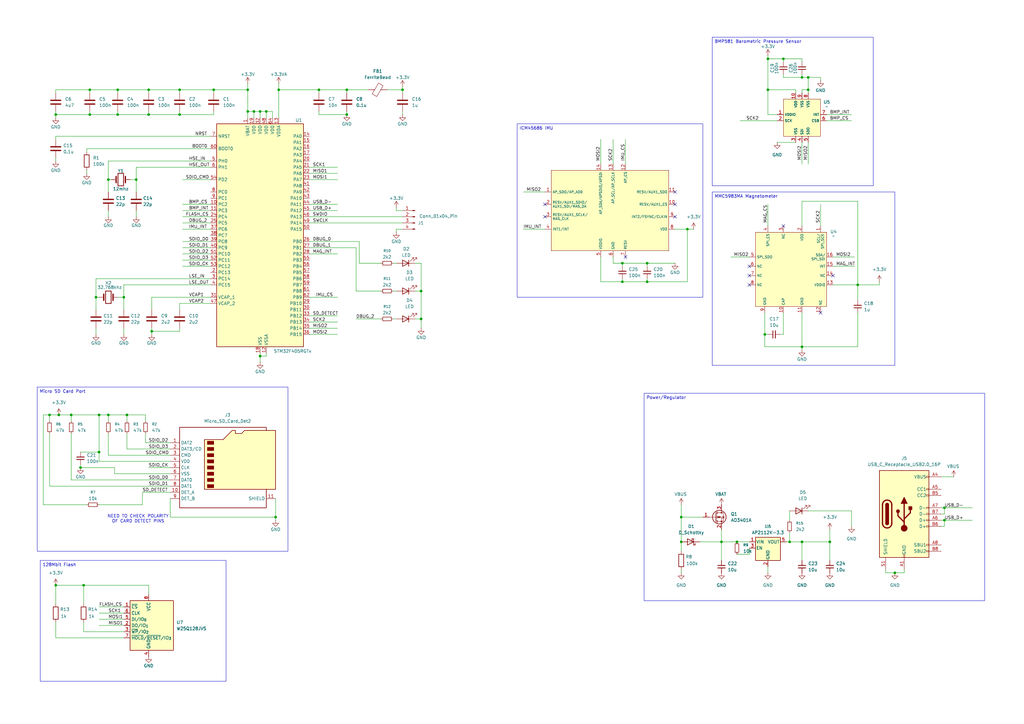
<source format=kicad_sch>
(kicad_sch (version 20250114) (generator "eeschema") (generator_version "9.0")
  (paper "A3")
  (title_block (title "FIRM") (date "2025-07-02"))
  (text "NEED TO CHECK POLARITY\nOF CARD DETECT PINS" (at 56.642 212.852 0) (effects (font (size 1.27 1.27))))
  (text_box "128Mbit Flash\n" (at 16.51 229.87 0) (size 76.2 49.53) (margins 0.9525 0.9525 0.9525 0.9525) (effects (font (size 1.27 1.27)) (justify left top)))
  (text_box "Power/Regulator" (at 264.16 161.29 0) (size 139.7 85.09) (margins 0.9525 0.9525 0.9525 0.9525) (effects (font (size 1.27 1.27)) (justify left top)))
  (text_box "MMC5983MA Magnetometer\n" (at 292.1 78.74 0) (size 74.93 71.12) (margins 0.9525 0.9525 0.9525 0.9525) (effects (font (size 1.27 1.27)) (justify left top)))
  (text_box "BMP581 Barometric Pressure Sensor" (at 292.1 15.24 0) (size 66.04 60.96) (margins 0.9525 0.9525 0.9525 0.9525) (effects (font (size 1.27 1.27)) (justify left top)))
  (text_box "Micro SD Card Port" (at 15.24 158.75 0) (size 102.87 67.31) (margins 0.9525 0.9525 0.9525 0.9525) (effects (font (size 1.27 1.27)) (justify left top)))
  (text_box "ICM45686 IMU" (at 212.09 50.8 0) (size 76.2 71.12) (margins 0.9525 0.9525 0.9525 0.9525) (effects (font (size 1.27 1.27)) (justify left top)))
  (junction (at 302.26 222.25))
  (junction (at 323.85 222.25))
  (junction (at 279.4 212.09))
  (junction (at 165.1 36.83))
  (junction (at 48.26 46.99))
  (junction (at 22.86 240.03))
  (junction (at 255.27 107.95))
  (junction (at 295.91 222.25))
  (junction (at 60.96 36.83))
  (junction (at 265.43 115.57))
  (junction (at 331.47 36.83))
  (junction (at 20.32 170.18))
  (junction (at 44.45 170.18))
  (junction (at 367.03 234.95))
  (junction (at 24.13 170.18))
  (junction (at 22.86 46.99))
  (junction (at 328.93 142.24))
  (junction (at 313.69 137.16))
  (junction (at 265.43 107.95))
  (junction (at 340.36 222.25))
  (junction (at 50.8 121.92))
  (junction (at 73.66 36.83))
  (junction (at 387.35 213.36))
  (junction (at 142.24 46.99))
  (junction (at 60.96 46.99))
  (junction (at 106.68 45.72))
  (junction (at 113.03 212.09))
  (junction (at 351.79 116.84))
  (junction (at 314.96 36.83))
  (junction (at 36.83 36.83))
  (junction (at 109.22 45.72))
  (junction (at 44.45 73.66))
  (junction (at 39.37 121.92))
  (junction (at 104.14 45.72))
  (junction (at 87.63 36.83))
  (junction (at 321.31 24.13))
  (junction (at 48.26 36.83))
  (junction (at 331.47 31.75))
  (junction (at 279.4 222.25))
  (junction (at 255.27 115.57))
  (junction (at 62.23 135.89))
  (junction (at 36.83 46.99))
  (junction (at 55.88 73.66))
  (junction (at 281.94 93.98))
  (junction (at 40.64 185.42))
  (junction (at 114.3 36.83))
  (junction (at 142.24 36.83))
  (junction (at 34.29 240.03))
  (junction (at 73.66 46.99))
  (junction (at 328.93 222.25))
  (junction (at 387.35 208.28))
  (junction (at 52.07 170.18))
  (junction (at 314.96 24.13))
  (junction (at 106.68 146.05))
  (junction (at 101.6 45.72))
  (junction (at 101.6 36.83))
  (junction (at 40.64 170.18))
  (junction (at 33.02 191.77))
  (junction (at 29.21 170.18))
  (junction (at 172.72 119.38))
  (junction (at 328.93 31.75))
  (junction (at 130.81 36.83))
  (junction (at 172.72 130.81))
  (no_connect (at 321.31 92.71))
  (no_connect (at 307.34 116.84))
  (no_connect (at 276.86 78.74))
  (no_connect (at 276.86 83.82))
  (no_connect (at 307.34 113.03))
  (no_connect (at 256.54 105.41))
  (no_connect (at 336.55 128.27))
  (no_connect (at 276.86 88.9))
  (no_connect (at 223.52 83.82))
  (no_connect (at 223.52 88.9))
  (no_connect (at 307.34 109.22))
  (no_connect (at 341.63 113.03))
  (wire (pts (xy 246.38 57.15) (xy 246.38 67.31)))
  (wire (pts (xy 170.18 130.81) (xy 172.72 130.81)))
  (wire (pts (xy 127 83.82) (xy 138.43 83.82)))
  (wire (pts (xy 50.8 134.62) (xy 50.8 137.16)))
  (wire (pts (xy 214.63 78.74) (xy 223.52 78.74)))
  (wire (pts (xy 387.35 213.36) (xy 398.78 213.36)))
  (wire (pts (xy 44.45 73.66) (xy 44.45 78.74)))
  (wire (pts (xy 279.4 212.09) (xy 288.29 212.09)))
  (wire (pts (xy 127 71.12) (xy 138.43 71.12)))
  (wire (pts (xy 336.55 83.82) (xy 336.55 92.71)))
  (wire (pts (xy 172.72 130.81) (xy 172.72 134.62)))
  (wire (pts (xy 255.27 114.3) (xy 255.27 115.57)))
  (wire (pts (xy 321.31 24.13) (xy 321.31 25.4)))
  (wire (pts (xy 340.36 222.25) (xy 340.36 229.87)))
  (wire (pts (xy 322.58 222.25) (xy 323.85 222.25)))
  (wire (pts (xy 40.64 248.92) (xy 50.8 248.92)))
  (wire (pts (xy 351.79 116.84) (xy 360.68 116.84)))
  (wire (pts (xy 127 99.06) (xy 147.32 99.06)))
  (wire (pts (xy 73.66 36.83) (xy 60.96 36.83)))
  (wire (pts (xy 20.32 170.18) (xy 20.32 172.72)))
  (wire (pts (xy 142.24 36.83) (xy 151.13 36.83)))
  (wire (pts (xy 73.66 46.99) (xy 60.96 46.99)))
  (wire (pts (xy 52.07 184.15) (xy 69.85 184.15)))
  (wire (pts (xy 323.85 222.25) (xy 328.93 222.25)))
  (wire (pts (xy 161.29 119.38) (xy 162.56 119.38)))
  (wire (pts (xy 146.05 119.38) (xy 146.05 101.6)))
  (wire (pts (xy 328.93 142.24) (xy 313.69 142.24)))
  (wire (pts (xy 127 129.54) (xy 138.43 129.54)))
  (wire (pts (xy 22.86 240.03) (xy 34.29 240.03)))
  (wire (pts (xy 101.6 36.83) (xy 87.63 36.83)))
  (wire (pts (xy 328.93 30.48) (xy 328.93 31.75)))
  (wire (pts (xy 44.45 170.18) (xy 52.07 170.18)))
  (wire (pts (xy 22.86 45.72) (xy 22.86 46.99)))
  (wire (pts (xy 44.45 177.8) (xy 44.45 186.69)))
  (wire (pts (xy 106.68 45.72) (xy 106.68 48.26)))
  (wire (pts (xy 265.43 109.22) (xy 265.43 107.95)))
  (wire (pts (xy 33.02 191.77) (xy 46.99 191.77)))
  (wire (pts (xy 101.6 36.83) (xy 101.6 45.72)))
  (wire (pts (xy 287.02 222.25) (xy 295.91 222.25)))
  (wire (pts (xy 36.83 46.99) (xy 48.26 46.99)))
  (wire (pts (xy 40.64 207.01) (xy 58.42 207.01)))
  (wire (pts (xy 59.69 170.18) (xy 59.69 172.72)))
  (wire (pts (xy 265.43 115.57) (xy 281.94 115.57)))
  (wire (pts (xy 34.29 259.08) (xy 34.29 255.27)))
  (wire (pts (xy 52.07 177.8) (xy 52.07 184.15)))
  (wire (pts (xy 387.35 210.82) (xy 387.35 208.28)))
  (wire (pts (xy 370.84 233.68) (xy 370.84 234.95)))
  (wire (pts (xy 165.1 45.72) (xy 165.1 46.99)))
  (wire (pts (xy 251.46 107.95) (xy 255.27 107.95)))
  (wire (pts (xy 386.08 215.9) (xy 387.35 215.9)))
  (wire (pts (xy 50.8 261.62) (xy 22.86 261.62)))
  (wire (pts (xy 295.91 222.25) (xy 295.91 217.17)))
  (wire (pts (xy 106.68 146.05) (xy 109.22 146.05)))
  (wire (pts (xy 74.93 83.82) (xy 86.36 83.82)))
  (wire (pts (xy 104.14 45.72) (xy 106.68 45.72)))
  (wire (pts (xy 127 68.58) (xy 138.43 68.58)))
  (wire (pts (xy 74.93 101.6) (xy 86.36 101.6)))
  (wire (pts (xy 101.6 45.72) (xy 104.14 45.72)))
  (wire (pts (xy 69.85 212.09) (xy 113.03 212.09)))
  (wire (pts (xy 336.55 31.75) (xy 336.55 33.02)))
  (wire (pts (xy 386.08 195.58) (xy 391.16 195.58)))
  (wire (pts (xy 387.35 215.9) (xy 387.35 213.36)))
  (wire (pts (xy 303.53 49.53) (xy 318.77 49.53)))
  (wire (pts (xy 69.85 204.47) (xy 69.85 212.09)))
  (wire (pts (xy 279.4 234.95) (xy 279.4 233.68)))
  (wire (pts (xy 73.66 124.46) (xy 73.66 127)))
  (wire (pts (xy 106.68 45.72) (xy 109.22 45.72)))
  (wire (pts (xy 39.37 121.92) (xy 39.37 127)))
  (wire (pts (xy 314.96 24.13) (xy 314.96 36.83)))
  (wire (pts (xy 351.79 82.55) (xy 351.79 116.84)))
  (wire (pts (xy 58.42 201.93) (xy 69.85 201.93)))
  (wire (pts (xy 60.96 191.77) (xy 69.85 191.77)))
  (wire (pts (xy 109.22 45.72) (xy 111.76 45.72)))
  (wire (pts (xy 40.64 170.18) (xy 40.64 185.42)))
  (wire (pts (xy 328.93 38.1) (xy 328.93 36.83)))
  (wire (pts (xy 73.66 134.62) (xy 73.66 135.89)))
  (wire (pts (xy 387.35 208.28) (xy 398.78 208.28)))
  (wire (pts (xy 22.86 46.99) (xy 36.83 46.99)))
  (wire (pts (xy 22.86 64.77) (xy 22.86 66.04)))
  (wire (pts (xy 87.63 36.83) (xy 73.66 36.83)))
  (wire (pts (xy 130.81 45.72) (xy 130.81 46.99)))
  (wire (pts (xy 313.69 128.27) (xy 313.69 137.16)))
  (wire (pts (xy 53.34 73.66) (xy 55.88 73.66)))
  (wire (pts (xy 251.46 67.31) (xy 251.46 57.15)))
  (wire (pts (xy 276.86 93.98) (xy 281.94 93.98)))
  (wire (pts (xy 328.93 142.24) (xy 328.93 143.51)))
  (wire (pts (xy 29.21 196.85) (xy 29.21 177.8)))
  (wire (pts (xy 321.31 137.16) (xy 320.04 137.16)))
  (wire (pts (xy 29.21 170.18) (xy 29.21 172.72)))
  (wire (pts (xy 109.22 146.05) (xy 109.22 144.78)))
  (wire (pts (xy 302.26 222.25) (xy 307.34 222.25)))
  (wire (pts (xy 321.31 31.75) (xy 328.93 31.75)))
  (wire (pts (xy 74.93 86.36) (xy 86.36 86.36)))
  (wire (pts (xy 62.23 135.89) (xy 62.23 137.16)))
  (wire (pts (xy 22.86 36.83) (xy 22.86 38.1)))
  (wire (pts (xy 363.22 233.68) (xy 363.22 234.95)))
  (wire (pts (xy 281.94 93.98) (xy 284.48 93.98)))
  (wire (pts (xy 87.63 36.83) (xy 87.63 38.1)))
  (wire (pts (xy 314.96 46.99) (xy 318.77 46.99)))
  (wire (pts (xy 86.36 124.46) (xy 73.66 124.46)))
  (wire (pts (xy 321.31 30.48) (xy 321.31 31.75)))
  (wire (pts (xy 86.36 66.04) (xy 44.45 66.04)))
  (wire (pts (xy 331.47 31.75) (xy 331.47 36.83)))
  (wire (pts (xy 60.96 45.72) (xy 60.96 46.99)))
  (wire (pts (xy 74.93 106.68) (xy 86.36 106.68)))
  (wire (pts (xy 101.6 34.29) (xy 101.6 36.83)))
  (wire (pts (xy 113.03 204.47) (xy 113.03 212.09)))
  (wire (pts (xy 40.64 256.54) (xy 50.8 256.54)))
  (wire (pts (xy 127 134.62) (xy 138.43 134.62)))
  (wire (pts (xy 48.26 36.83) (xy 36.83 36.83)))
  (wire (pts (xy 172.72 119.38) (xy 172.72 130.81)))
  (wire (pts (xy 281.94 115.57) (xy 281.94 93.98)))
  (wire (pts (xy 86.36 121.92) (xy 62.23 121.92)))
  (wire (pts (xy 147.32 107.95) (xy 156.21 107.95)))
  (wire (pts (xy 74.93 99.06) (xy 86.36 99.06)))
  (wire (pts (xy 35.56 207.01) (xy 17.78 207.01)))
  (wire (pts (xy 39.37 121.92) (xy 40.64 121.92)))
  (wire (pts (xy 255.27 107.95) (xy 255.27 109.22)))
  (wire (pts (xy 52.07 170.18) (xy 59.69 170.18)))
  (wire (pts (xy 44.45 170.18) (xy 44.45 172.72)))
  (wire (pts (xy 340.36 217.17) (xy 340.36 222.25)))
  (wire (pts (xy 279.4 207.01) (xy 279.4 212.09)))
  (wire (pts (xy 349.25 209.55) (xy 349.25 215.9)))
  (wire (pts (xy 295.91 222.25) (xy 302.26 222.25)))
  (wire (pts (xy 40.64 251.46) (xy 50.8 251.46)))
  (wire (pts (xy 328.93 222.25) (xy 340.36 222.25)))
  (wire (pts (xy 339.09 46.99) (xy 349.25 46.99)))
  (wire (pts (xy 48.26 121.92) (xy 50.8 121.92)))
  (wire (pts (xy 86.36 60.96) (xy 35.56 60.96)))
  (wire (pts (xy 33.02 191.77) (xy 33.02 190.5)))
  (wire (pts (xy 73.66 135.89) (xy 62.23 135.89)))
  (wire (pts (xy 147.32 99.06) (xy 147.32 107.95)))
  (wire (pts (xy 50.8 259.08) (xy 34.29 259.08)))
  (wire (pts (xy 60.96 36.83) (xy 60.96 38.1)))
  (wire (pts (xy 328.93 58.42) (xy 328.93 67.31)))
  (wire (pts (xy 214.63 93.98) (xy 223.52 93.98)))
  (wire (pts (xy 314.96 46.99) (xy 314.96 36.83)))
  (wire (pts (xy 44.45 186.69) (xy 69.85 186.69)))
  (wire (pts (xy 251.46 107.95) (xy 251.46 105.41)))
  (wire (pts (xy 314.96 232.41) (xy 314.96 234.95)))
  (wire (pts (xy 279.4 226.06) (xy 279.4 222.25)))
  (wire (pts (xy 326.39 36.83) (xy 326.39 38.1)))
  (wire (pts (xy 363.22 234.95) (xy 367.03 234.95)))
  (wire (pts (xy 73.66 36.83) (xy 73.66 38.1)))
  (wire (pts (xy 265.43 114.3) (xy 265.43 115.57)))
  (wire (pts (xy 20.32 199.39) (xy 69.85 199.39)))
  (wire (pts (xy 39.37 114.3) (xy 39.37 121.92)))
  (wire (pts (xy 323.85 209.55) (xy 323.85 213.36)))
  (wire (pts (xy 74.93 93.98) (xy 86.36 93.98)))
  (wire (pts (xy 73.66 45.72) (xy 73.66 46.99)))
  (wire (pts (xy 170.18 119.38) (xy 172.72 119.38)))
  (wire (pts (xy 331.47 31.75) (xy 336.55 31.75)))
  (wire (pts (xy 74.93 109.22) (xy 86.36 109.22)))
  (wire (pts (xy 127 104.14) (xy 138.43 104.14)))
  (wire (pts (xy 87.63 45.72) (xy 87.63 46.99)))
  (wire (pts (xy 313.69 137.16) (xy 314.96 137.16)))
  (wire (pts (xy 22.86 55.88) (xy 22.86 57.15)))
  (wire (pts (xy 318.77 58.42) (xy 326.39 58.42)))
  (wire (pts (xy 321.31 128.27) (xy 321.31 137.16)))
  (wire (pts (xy 351.79 123.19) (xy 351.79 116.84)))
  (wire (pts (xy 40.64 185.42) (xy 40.64 189.23)))
  (wire (pts (xy 22.86 240.03) (xy 22.86 247.65)))
  (wire (pts (xy 55.88 68.58) (xy 55.88 73.66)))
  (wire (pts (xy 62.23 134.62) (xy 62.23 135.89)))
  (wire (pts (xy 162.56 86.36) (xy 162.56 85.09)))
  (wire (pts (xy 255.27 115.57) (xy 265.43 115.57)))
  (wire (pts (xy 299.72 105.41) (xy 307.34 105.41)))
  (wire (pts (xy 24.13 170.18) (xy 29.21 170.18)))
  (wire (pts (xy 58.42 207.01) (xy 58.42 201.93)))
  (wire (pts (xy 323.85 218.44) (xy 323.85 222.25)))
  (wire (pts (xy 40.64 254) (xy 50.8 254)))
  (wire (pts (xy 33.02 185.42) (xy 40.64 185.42)))
  (wire (pts (xy 331.47 36.83) (xy 331.47 38.1)))
  (wire (pts (xy 101.6 45.72) (xy 101.6 48.26)))
  (wire (pts (xy 328.93 142.24) (xy 351.79 142.24)))
  (wire (pts (xy 328.93 92.71) (xy 328.93 82.55)))
  (wire (pts (xy 29.21 196.85) (xy 69.85 196.85)))
  (wire (pts (xy 36.83 36.83) (xy 22.86 36.83)))
  (wire (pts (xy 127 88.9) (xy 165.1 88.9)))
  (wire (pts (xy 367.03 234.95) (xy 370.84 234.95)))
  (wire (pts (xy 50.8 121.92) (xy 50.8 127)))
  (wire (pts (xy 69.85 189.23) (xy 40.64 189.23)))
  (wire (pts (xy 48.26 45.72) (xy 48.26 46.99)))
  (wire (pts (xy 156.21 119.38) (xy 146.05 119.38)))
  (wire (pts (xy 130.81 36.83) (xy 130.81 38.1)))
  (wire (pts (xy 341.63 109.22) (xy 350.52 109.22)))
  (wire (pts (xy 246.38 115.57) (xy 255.27 115.57)))
  (wire (pts (xy 17.78 170.18) (xy 20.32 170.18)))
  (wire (pts (xy 170.18 107.95) (xy 172.72 107.95)))
  (wire (pts (xy 314.96 83.82) (xy 314.96 92.71)))
  (wire (pts (xy 386.08 210.82) (xy 387.35 210.82)))
  (wire (pts (xy 39.37 134.62) (xy 39.37 137.16)))
  (wire (pts (xy 313.69 142.24) (xy 313.69 137.16)))
  (wire (pts (xy 59.69 181.61) (xy 69.85 181.61)))
  (wire (pts (xy 60.96 240.03) (xy 60.96 243.84)))
  (wire (pts (xy 114.3 36.83) (xy 130.81 36.83)))
  (wire (pts (xy 158.75 36.83) (xy 165.1 36.83)))
  (wire (pts (xy 307.34 227.33) (xy 307.34 224.79)))
  (wire (pts (xy 265.43 107.95) (xy 276.86 107.95)))
  (wire (pts (xy 127 91.44) (xy 165.1 91.44)))
  (wire (pts (xy 106.68 144.78) (xy 106.68 146.05)))
  (wire (pts (xy 46.99 194.31) (xy 69.85 194.31)))
  (wire (pts (xy 146.05 101.6) (xy 127 101.6)))
  (wire (pts (xy 55.88 73.66) (xy 55.88 78.74)))
  (wire (pts (xy 328.93 82.55) (xy 351.79 82.55)))
  (wire (pts (xy 165.1 86.36) (xy 162.56 86.36)))
  (wire (pts (xy 331.47 209.55) (xy 349.25 209.55)))
  (wire (pts (xy 114.3 34.29) (xy 114.3 36.83)))
  (wire (pts (xy 48.26 36.83) (xy 48.26 38.1)))
  (wire (pts (xy 44.45 86.36) (xy 44.45 88.9)))
  (wire (pts (xy 360.68 116.84) (xy 360.68 115.57)))
  (wire (pts (xy 106.68 146.05) (xy 106.68 148.59)))
  (wire (pts (xy 74.93 91.44) (xy 86.36 91.44)))
  (wire (pts (xy 172.72 107.95) (xy 172.72 119.38)))
  (wire (pts (xy 142.24 36.83) (xy 142.24 38.1)))
  (wire (pts (xy 255.27 107.95) (xy 265.43 107.95)))
  (wire (pts (xy 104.14 45.72) (xy 104.14 48.26)))
  (wire (pts (xy 35.56 60.96) (xy 35.56 62.23)))
  (wire (pts (xy 36.83 36.83) (xy 36.83 38.1)))
  (wire (pts (xy 328.93 24.13) (xy 328.93 25.4)))
  (wire (pts (xy 59.69 177.8) (xy 59.69 181.61)))
  (wire (pts (xy 29.21 170.18) (xy 40.64 170.18)))
  (wire (pts (xy 302.26 227.33) (xy 307.34 227.33)))
  (wire (pts (xy 339.09 49.53) (xy 349.25 49.53)))
  (wire (pts (xy 328.93 31.75) (xy 331.47 31.75)))
  (wire (pts (xy 62.23 121.92) (xy 62.23 127)))
  (wire (pts (xy 109.22 45.72) (xy 109.22 48.26)))
  (wire (pts (xy 161.29 107.95) (xy 162.56 107.95)))
  (wire (pts (xy 60.96 46.99) (xy 48.26 46.99)))
  (wire (pts (xy 17.78 207.01) (xy 17.78 170.18)))
  (wire (pts (xy 50.8 116.84) (xy 50.8 121.92)))
  (wire (pts (xy 328.93 128.27) (xy 328.93 142.24)))
  (wire (pts (xy 341.63 105.41) (xy 350.52 105.41)))
  (wire (pts (xy 22.86 261.62) (xy 22.86 255.27)))
  (wire (pts (xy 34.29 240.03) (xy 60.96 240.03)))
  (wire (pts (xy 130.81 46.99) (xy 142.24 46.99)))
  (wire (pts (xy 111.76 48.26) (xy 111.76 45.72)))
  (wire (pts (xy 35.56 69.85) (xy 35.56 71.12)))
  (wire (pts (xy 142.24 45.72) (xy 142.24 46.99)))
  (wire (pts (xy 127 137.16) (xy 138.43 137.16)))
  (wire (pts (xy 39.37 114.3) (xy 86.36 114.3)))
  (wire (pts (xy 113.03 213.36) (xy 113.03 212.09)))
  (wire (pts (xy 34.29 240.03) (xy 34.29 247.65)))
  (wire (pts (xy 321.31 24.13) (xy 328.93 24.13)))
  (wire (pts (xy 165.1 93.98) (xy 162.56 93.98)))
  (wire (pts (xy 127 121.92) (xy 138.43 121.92)))
  (wire (pts (xy 328.93 36.83) (xy 331.47 36.83)))
  (wire (pts (xy 256.54 67.31) (xy 256.54 57.15)))
  (wire (pts (xy 87.63 46.99) (xy 73.66 46.99)))
  (wire (pts (xy 22.86 46.99) (xy 22.86 48.26)))
  (wire (pts (xy 74.93 88.9) (xy 86.36 88.9)))
  (wire (pts (xy 279.4 222.25) (xy 279.4 212.09)))
  (wire (pts (xy 351.79 128.27) (xy 351.79 142.24)))
  (wire (pts (xy 44.45 66.04) (xy 44.45 73.66)))
  (wire (pts (xy 130.81 36.83) (xy 142.24 36.83)))
  (wire (pts (xy 86.36 116.84) (xy 50.8 116.84)))
  (wire (pts (xy 40.64 170.18) (xy 44.45 170.18)))
  (wire (pts (xy 36.83 45.72) (xy 36.83 46.99)))
  (wire (pts (xy 20.32 170.18) (xy 24.13 170.18)))
  (wire (pts (xy 60.96 36.83) (xy 48.26 36.83)))
  (wire (pts (xy 314.96 36.83) (xy 326.39 36.83)))
  (wire (pts (xy 314.96 22.86) (xy 314.96 24.13)))
  (wire (pts (xy 127 73.66) (xy 138.43 73.66)))
  (wire (pts (xy 246.38 115.57) (xy 246.38 105.41)))
  (wire (pts (xy 386.08 208.28) (xy 387.35 208.28)))
  (wire (pts (xy 86.36 68.58) (xy 55.88 68.58)))
  (wire (pts (xy 52.07 170.18) (xy 52.07 172.72)))
  (wire (pts (xy 165.1 36.83) (xy 165.1 38.1)))
  (wire (pts (xy 328.93 229.87) (xy 328.93 222.25)))
  (wire (pts (xy 86.36 55.88) (xy 22.86 55.88)))
  (wire (pts (xy 161.29 130.81) (xy 162.56 130.81)))
  (wire (pts (xy 341.63 116.84) (xy 351.79 116.84)))
  (wire (pts (xy 20.32 199.39) (xy 20.32 177.8)))
  (wire (pts (xy 331.47 58.42) (xy 331.47 67.31)))
  (wire (pts (xy 46.99 191.77) (xy 46.99 194.31)))
  (wire (pts (xy 127 86.36) (xy 138.43 86.36)))
  (wire (pts (xy 146.05 130.81) (xy 156.21 130.81)))
  (wire (pts (xy 74.93 73.66) (xy 86.36 73.66)))
  (wire (pts (xy 55.88 86.36) (xy 55.88 88.9)))
  (wire (pts (xy 127 132.08) (xy 138.43 132.08)))
  (wire (pts (xy 74.93 104.14) (xy 86.36 104.14)))
  (wire (pts (xy 162.56 93.98) (xy 162.56 95.25)))
  (wire (pts (xy 295.91 222.25) (xy 295.91 229.87)))
  (wire (pts (xy 44.45 73.66) (xy 45.72 73.66)))
  (wire (pts (xy 314.96 24.13) (xy 321.31 24.13)))
  (wire (pts (xy 386.08 213.36) (xy 387.35 213.36)))
  (wire (pts (xy 165.1 35.56) (xy 165.1 36.83)))
  (wire (pts (xy 114.3 48.26) (xy 114.3 36.83)))
  (label "USB_D-" (at 387.35 208.28 0))
  (label "DBUG_2" (at 146.05 130.81 0))
  (label "BMP_INT" (at 340.36 46.99 0))
  (label "MAG_INT" (at 128.27 104.14 0))
  (label "SCK1" (at 44.45 251.46 0))
  (label "BMP_CS" (at 77.47 83.82 0))
  (label "SCK2" (at 306.07 49.53 0))
  (label "SDIO_D2" (at 77.47 104.14 0))
  (label "SCK2" (at 336.55 91.44 90))
  (label "IMU_INT" (at 77.47 93.98 0))
  (label "MOSI2" (at 328.93 59.69 270))
  (label "SDIO_D0" (at 60.96 196.85 0))
  (label "SDIO_D3" (at 77.47 106.68 0))
  (label "MOSI2" (at 342.9 105.41 0))
  (label "DBUG_0" (at 128.27 99.06 0))
  (label "IMU_INT" (at 214.63 93.98 0))
  (label "FLASH_CS" (at 76.2 88.9 0))
  (label "BMP_CS" (at 340.36 49.53 0))
  (label "MISO1" (at 44.45 256.54 0))
  (label "VCAP1" (at 77.47 121.92 0))
  (label "SDIO_CMD" (at 59.69 186.69 0))
  (label "HSE_OUT" (at 77.47 68.58 0))
  (label "SDIO_D1" (at 60.96 199.39 0))
  (label "SWDIO" (at 128.27 88.9 0))
  (label "MISO2" (at 215.9 78.74 0))
  (label "DBUG_2" (at 77.47 91.44 0))
  (label "SDIO_D3" (at 60.96 184.15 0))
  (label "MISO1" (at 128.27 71.12 0))
  (label "MAG_CS" (at 314.96 91.44 90))
  (label "SD_DETECT" (at 58.42 201.93 0))
  (label "MISO2" (at 300.99 105.41 0))
  (label "MAG_INT" (at 342.9 109.22 0))
  (label "SD_DETECT" (at 128.27 129.54 0))
  (label "MOSI2" (at 246.38 66.04 90))
  (label "SCK2" (at 251.46 66.04 90))
  (label "MOSI1" (at 128.27 73.66 0))
  (label "IMU_CS" (at 129.54 121.92 0))
  (label "SDIO_CMD" (at 76.2 73.66 0))
  (label "SWCLK" (at 128.27 91.44 0))
  (label "SDIO_D0" (at 77.47 99.06 0))
  (label "SDIO_D1" (at 77.47 101.6 0))
  (label "MISO2" (at 128.27 134.62 0))
  (label "DBUG_1" (at 128.27 101.6 0))
  (label "SDIO_CK" (at 60.96 191.77 0))
  (label "MOSI1" (at 44.45 254 0))
  (label "FLASH_CS" (at 40.64 248.92 0))
  (label "USB_D+" (at 387.35 213.36 0))
  (label "BOOT0" (at 78.74 60.96 0))
  (label "IMU_CS" (at 256.54 66.04 90))
  (label "USB_D-" (at 128.27 83.82 0))
  (label "USB_D+" (at 128.27 86.36 0))
  (label "MISO2" (at 331.47 59.69 270))
  (label "NRST" (at 80.01 55.88 0))
  (label "MOSI2" (at 128.27 137.16 0))
  (label "LSE_IN" (at 77.47 114.3 0))
  (label "SCK2" (at 128.27 132.08 0))
  (label "VCAP2" (at 77.47 124.46 0))
  (label "BMP_INT" (at 77.47 86.36 0))
  (label "SDIO_D2" (at 60.96 181.61 0))
  (label "LSE_OUT" (at 77.47 116.84 0))
  (label "SDIO_CK" (at 77.47 109.22 0))
  (label "HSE_IN" (at 77.47 66.04 0))
  (label "SCK1" (at 128.27 68.58 0))
  (symbol (lib_id "Device:Crystal") (at 49.53 73.66 0) (unit 1)
    (property "Reference" "Y1" (at 49.53 70.104 0))
    (property "Value" "12mhz" (at 49.53 77.47 0))
    (property "Description" "Two pin crystal" (effects (hide yes)))
  )
  (symbol (lib_id "power:GND") (at 33.02 191.77 0) (unit 1)
    (property "Reference" "#PWR026" (effects (hide yes)))
    (property "Value" "GND" (at 33.02 195.58 0))
    (property "Description" "Power symbol creates a global label with name \"GND\" , ground" (effects (hide yes)))
  )
  (symbol (lib_id "Device:C") (at 87.63 41.91 0) (unit 1)
    (property "Reference" "C1" (at 91.44 40.6399 0) (effects (justify left)))
    (property "Value" "100n" (at 91.44 43.1799 0) (effects (justify left)))
    (property "Description" "Unpolarized capacitor" (effects (hide yes)))
  )
  (symbol (lib_id "Device:C") (at 36.83 41.91 0) (unit 1)
    (property "Reference" "C5" (at 40.64 40.6399 0) (effects (justify left)))
    (property "Value" "100n" (at 40.64 43.1799 0) (effects (justify left)))
    (property "Description" "Unpolarized capacitor" (effects (hide yes)))
  )
  (symbol (lib_id "Device:R") (at 22.86 251.46 0) (unit 1)
    (property "Reference" "R13" (at 24.638 249.936 0) (effects (justify left)))
    (property "Value" "1k" (at 24.892 252.73 0) (effects (justify left)))
    (property "Description" "Resistor" (effects (hide yes)))
  )
  (symbol (lib_id "Device:R") (at 35.56 66.04 0) (unit 1)
    (property "Reference" "R1" (at 38.1 64.7699 0) (effects (justify left)))
    (property "Value" "100k" (at 38.1 67.3099 0) (effects (justify left)))
    (property "Description" "Resistor" (effects (hide yes)))
  )
  (symbol (lib_id "power:GND") (at 336.55 33.02 0) (unit 1)
    (property "Reference" "#PWR020" (effects (hide yes)))
    (property "Value" "GND" (at 336.55 37.084 0))
    (property "Description" "Power symbol creates a global label with name \"GND\" , ground" (effects (hide yes)))
  )
  (symbol (lib_id "Device:C_Small") (at 340.36 232.41 0) (unit 1)
    (property "Reference" "C24" (at 342.9 231.1462 0) (effects (justify left)))
    (property "Value" "10u" (at 342.9 233.6862 0) (effects (justify left)))
    (property "Description" "Unpolarized capacitor, small symbol" (effects (hide yes)))
  )
  (symbol (lib_id "power:GND") (at 328.93 234.95 0) (unit 1)
    (property "Reference" "#PWR030" (effects (hide yes)))
    (property "Value" "GND" (at 328.93 240.03 0))
    (property "Description" "Power symbol creates a global label with name \"GND\" , ground" (effects (hide yes)))
  )
  (symbol (lib_id "Memory_Flash:W25Q128JVS") (at 60.96 256.54 0) (unit 1)
    (property "Reference" "U7" (at 72.39 255.2699 0) (effects (justify left)))
    (property "Value" "W25Q128JVS" (at 72.39 257.8099 0) (effects (justify left)))
    (property "Footprint" "Package_SO:SOIC-8_5.3x5.3mm_P1.27mm" (effects (hide yes)))
    (property "Datasheet" "https://www.winbond.com/resource-files/w25q128jv_dtr%20revc%2003272018%20plus.pdf" (effects (hide yes)))
    (property "Description" "128Mbit / 16MiB Serial Flash Memory, Standard/Dual/Quad SPI, 2.7-3.6V, SOIC-8" (effects (hide yes)))
  )
  (symbol (lib_id "power:GND") (at 276.86 107.95 0) (unit 1)
    (property "Reference" "#PWR023" (effects (hide yes)))
    (property "Value" "GND" (at 276.86 111.76 0))
    (property "Description" "Power symbol creates a global label with name \"GND\" , ground" (effects (hide yes)))
  )
  (symbol (lib_id "Device:C") (at 22.86 60.96 0) (unit 1)
    (property "Reference" "C15" (at 25.908 59.69 0) (effects (justify left)))
    (property "Value" "0.1u" (at 25.908 62.23 0) (effects (justify left)))
    (property "Description" "Unpolarized capacitor" (effects (hide yes)))
  )
  (symbol (lib_id "power:+3.3V") (at 162.56 85.09 0) (unit 1)
    (property "Reference" "#PWR015" (effects (hide yes)))
    (property "Value" "+3.3V" (at 162.56 81.28 0))
    (property "Description" "Power symbol creates a global label with name \"+3.3V\"" (effects (hide yes)))
  )
  (symbol (lib_id "Device:C_Small") (at 328.93 232.41 0) (unit 1)
    (property "Reference" "C23" (at 331.47 231.1462 0) (effects (justify left)))
    (property "Value" "10u" (at 331.47 233.6862 0) (effects (justify left)))
    (property "Description" "Unpolarized capacitor, small symbol" (effects (hide yes)))
  )
  (symbol (lib_id "Device:R_Small") (at 52.07 175.26 180) (unit 1)
    (property "Reference" "R3" (at 54.61 173.9899 0) (effects (font (size 1.016 1.016)) (justify right)))
    (property "Value" "47k" (at 54.61 176.5299 0) (effects (justify right)))
    (property "Description" "Resistor, small symbol" (effects (hide yes)))
  )
  (symbol (lib_id "Device:LED") (at 166.37 119.38 180) (unit 1)
    (property "Reference" "D3" (at 167.9575 111.76 0))
    (property "Value" "LED" (at 167.9575 114.3 0))
    (property "Description" "Light emitting diode" (effects (hide yes)))
    (property "Sim.Pins" "1=K 2=A" (effects (hide yes)))
  )
  (symbol (lib_id "power:GND") (at 142.24 46.99 0) (unit 1)
    (property "Reference" "#PWR06" (effects (hide yes)))
    (property "Value" "GND" (at 142.24 50.8 0))
    (property "Description" "Power symbol creates a global label with name \"GND\" , ground" (effects (hide yes)))
  )
  (symbol (lib_id "power:+3.3V") (at 284.48 93.98 0) (unit 1)
    (property "Reference" "#PWR024" (effects (hide yes)))
    (property "Value" "+3.3V" (at 284.48 88.9 0))
    (property "Description" "Power symbol creates a global label with name \"+3.3V\"" (effects (hide yes)))
  )
  (symbol (lib_id "Sensor_Magnetic:MMC5983MA") (at 325.12 110.49 0) (unit 1)
    (property "Reference" "U4" (at 341.884 94.996 0))
    (property "Value" "~" (at 341.884 96.774 0))
    (property "Footprint" "MMC5983MA:PQFN50P300X300X100-16N" (effects (hide yes)))
  )
  (symbol (lib_id "power:GND") (at 113.03 213.36 0) (unit 1)
    (property "Reference" "#PWR021" (effects (hide yes)))
    (property "Value" "GND" (at 113.03 217.17 0))
    (property "Description" "Power symbol creates a global label with name \"GND\" , ground" (effects (hide yes)))
  )
  (symbol (lib_id "power:GND") (at 62.23 137.16 0) (unit 1)
    (property "Reference" "#PWR04" (effects (hide yes)))
    (property "Value" "GND" (at 62.23 140.716 0))
    (property "Description" "Power symbol creates a global label with name \"GND\" , ground" (effects (hide yes)))
  )
  (symbol (lib_id "Device:C_Small") (at 33.02 187.96 180) (unit 1)
    (property "Reference" "C21" (at 35.56 186.6835 0) (effects (justify right)))
    (property "Value" "100n" (at 35.56 189.2235 0) (effects (justify right)))
    (property "Description" "Unpolarized capacitor, small symbol" (effects (hide yes)))
  )
  (symbol (lib_id "power:GND") (at 165.1 46.99 0) (unit 1)
    (property "Reference" "#PWR07" (effects (hide yes)))
    (property "Value" "GND" (at 165.1 50.8 0))
    (property "Description" "Power symbol creates a global label with name \"GND\" , ground" (effects (hide yes)))
  )
  (symbol (lib_id "power:VBUS") (at 391.16 195.58 0) (unit 1)
    (property "Reference" "#PWR039" (effects (hide yes)))
    (property "Value" "VBUS" (at 390.906 191.262 0))
    (property "Description" "Power symbol creates a global label with name \"VBUS\"" (effects (hide yes)))
  )
  (symbol (lib_id "Device:R_Small") (at 59.69 175.26 180) (unit 1)
    (property "Reference" "R2" (at 62.23 173.9899 0) (effects (font (size 1.016 1.016)) (justify right)))
    (property "Value" "47k" (at 62.23 176.5299 0) (effects (justify right)))
    (property "Description" "Resistor, small symbol" (effects (hide yes)))
  )
  (symbol (lib_id "power:GND") (at 39.37 137.16 0) (unit 1)
    (property "Reference" "#PWR010" (effects (hide yes)))
    (property "Value" "GND" (at 39.37 140.716 0))
    (property "Description" "Power symbol creates a global label with name \"GND\" , ground" (effects (hide yes)))
  )
  (symbol (lib_id "Device:R_Small") (at 20.32 175.26 180) (unit 1)
    (property "Reference" "R6" (at 22.86 173.9899 0) (effects (font (size 1.016 1.016)) (justify right)))
    (property "Value" "47k" (at 22.86 176.5299 0) (effects (justify right)))
    (property "Description" "Resistor, small symbol" (effects (hide yes)))
  )
  (symbol (lib_id "power:GND") (at 162.56 95.25 0) (unit 1)
    (property "Reference" "#PWR016" (effects (hide yes)))
    (property "Value" "GND" (at 162.56 99.06 0))
    (property "Description" "Power symbol creates a global label with name \"GND\" , ground" (effects (hide yes)))
  )
  (symbol (lib_id "power:GND") (at 295.91 234.95 0) (unit 1)
    (property "Reference" "#PWR029" (effects (hide yes)))
    (property "Value" "GND" (at 295.91 240.03 0))
    (property "Description" "Power symbol creates a global label with name \"GND\" , ground" (effects (hide yes)))
  )
  (symbol (lib_id "Connector:Conn_01x04_Pin") (at 170.18 88.9 0) (mirror y) (unit 1)
    (property "Reference" "J1" (at 171.45 91.4401 0) (effects (justify right)))
    (property "Value" "Conn_01x04_Pin" (at 171.958 88.646 0) (effects (justify right)))
    (property "Description" "Generic connector, single row, 01x04, script generated" (effects (hide yes)))
  )
  (symbol (lib_id "Device:R_Small") (at 38.1 207.01 90) (unit 1)
    (property "Reference" "R7" (at 38.1 201.93 90) (effects (font (size 1.016 1.016))))
    (property "Value" "10k" (at 38.1 204.47 90))
    (property "Description" "Resistor, small symbol" (effects (hide yes)))
  )
  (symbol (lib_id "power:GND") (at 22.86 48.26 0) (unit 1)
    (property "Reference" "#PWR03" (effects (hide yes)))
    (property "Value" "GND" (at 22.86 52.07 0))
    (property "Description" "Power symbol creates a global label with name \"GND\" , ground" (effects (hide yes)))
  )
  (symbol (lib_id "Device:C") (at 44.45 82.55 0) (unit 1)
    (property "Reference" "C13" (at 47.498 81.28 0) (effects (justify left)))
    (property "Value" "22p" (at 47.498 83.82 0) (effects (justify left)))
    (property "Description" "Unpolarized capacitor" (effects (hide yes)))
  )
  (symbol (lib_id "Device:C") (at 142.24 41.91 0) (unit 1)
    (property "Reference" "C8" (at 146.05 40.6399 0) (effects (justify left)))
    (property "Value" "0.1u" (at 146.05 43.1799 0) (effects (justify left)))
    (property "Description" "Unpolarized capacitor" (effects (hide yes)))
  )
  (symbol (lib_id "power:GND") (at 55.88 88.9 0) (unit 1)
    (property "Reference" "#PWR012" (effects (hide yes)))
    (property "Value" "GND" (at 55.88 92.456 0))
    (property "Description" "Power symbol creates a global label with name \"GND\" , ground" (effects (hide yes)))
  )
  (symbol (lib_id "Device:LED") (at 166.37 130.81 180) (unit 1)
    (property "Reference" "D4" (at 167.9575 123.19 0))
    (property "Value" "LED" (at 167.9575 125.73 0))
    (property "Description" "Light emitting diode" (effects (hide yes)))
    (property "Sim.Pins" "1=K 2=A" (effects (hide yes)))
  )
  (symbol (lib_id "Transistor_FET:AO3401A") (at 293.37 212.09 0) (unit 1)
    (property "Reference" "Q1" (at 299.72 210.8199 0) (effects (justify left)))
    (property "Value" "AO3401A" (at 299.72 213.3599 0) (effects (justify left)))
    (property "Footprint" "Package_TO_SOT_SMD:SOT-23" (effects (hide yes)))
    (property "Datasheet" "http://www.aosmd.com/pdfs/datasheet/AO3401A.pdf" (effects (hide yes)))
    (property "Description" "-4.0A Id, -30V Vds, P-Channel MOSFET, SOT-23" (effects (hide yes)))
  )
  (symbol (lib_id "power:GND") (at 35.56 71.12 0) (unit 1)
    (property "Reference" "#PWR014" (effects (hide yes)))
    (property "Value" "GND" (at 35.56 74.93 0))
    (property "Description" "Power symbol creates a global label with name \"GND\" , ground" (effects (hide yes)))
  )
  (symbol (lib_id "Device:R_Small") (at 158.75 107.95 270) (unit 1)
    (property "Reference" "R10" (at 158.75 102.87 90) (effects (font (size 1.016 1.016))))
    (property "Value" "2k2" (at 158.75 105.41 90))
    (property "Description" "Resistor, small symbol" (effects (hide yes)))
  )
  (symbol (lib_id "power:+3.3V") (at 340.36 217.17 0) (unit 1)
    (property "Reference" "#PWR033" (effects (hide yes)))
    (property "Value" "+3.3V" (at 340.36 212.09 0))
    (property "Description" "Power symbol creates a global label with name \"+3.3V\"" (effects (hide yes)))
  )
  (symbol (lib_id "power:GND") (at 60.96 269.24 0) (unit 1)
    (property "Reference" "#PWR035" (effects (hide yes)))
    (property "Value" "GND" (at 60.96 273.05 0))
    (property "Description" "Power symbol creates a global label with name \"GND\" , ground" (effects (hide yes)))
  )
  (symbol (lib_id "Device:C") (at 55.88 82.55 0) (unit 1)
    (property "Reference" "C14" (at 58.674 81.28 0) (effects (justify left)))
    (property "Value" "22p" (at 58.674 83.82 0) (effects (justify left)))
    (property "Description" "Unpolarized capacitor" (effects (hide yes)))
  )
  (symbol (lib_id "power:GND") (at 50.8 137.16 0) (unit 1)
    (property "Reference" "#PWR09" (effects (hide yes)))
    (property "Value" "GND" (at 50.8 140.716 0))
    (property "Description" "Power symbol creates a global label with name \"GND\" , ground" (effects (hide yes)))
  )
  (symbol (lib_id "Device:R_Small") (at 323.85 215.9 0) (unit 1)
    (property "Reference" "R15" (at 326.39 214.6299 0) (effects (font (size 1.016 1.016)) (justify left)))
    (property "Value" "2k2" (at 326.39 217.1699 0) (effects (justify left)))
    (property "Description" "Resistor, small symbol" (effects (hide yes)))
  )
  (symbol (lib_id "power:GND") (at 367.03 234.95 0) (unit 1)
    (property "Reference" "#PWR040" (effects (hide yes)))
    (property "Value" "GND" (at 367.03 240.03 0))
    (property "Description" "Power symbol creates a global label with name \"GND\" , ground" (effects (hide yes)))
  )
  (symbol (lib_id "Regulator_Linear:AP2112K-3.3") (at 314.96 224.79 0) (unit 1)
    (property "Reference" "U6" (at 314.96 215.9 0))
    (property "Value" "AP2112K-3.3" (at 314.96 218.44 0))
    (property "Footprint" "Package_TO_SOT_SMD:SOT-23-5" (effects (hide yes)))
    (property "Datasheet" "https://www.diodes.com/assets/Datasheets/AP2112.pdf" (effects (hide yes)))
    (property "Description" "600mA low dropout linear regulator, with enable pin, 3.8V-6V input voltage range, 3.3V fixed positive output, SOT-23-5" (effects (hide yes)))
  )
  (symbol (lib_id "power:GND") (at 340.36 234.95 0) (unit 1)
    (property "Reference" "#PWR031" (effects (hide yes)))
    (property "Value" "GND" (at 340.36 240.03 0))
    (property "Description" "Power symbol creates a global label with name \"GND\" , ground" (effects (hide yes)))
  )
  (symbol (lib_id "Device:R_Small") (at 158.75 130.81 270) (unit 1)
    (property "Reference" "R12" (at 158.75 125.73 90) (effects (font (size 1.016 1.016))))
    (property "Value" "2k2" (at 158.75 128.27 90))
    (property "Description" "Resistor, small symbol" (effects (hide yes)))
  )
  (symbol (lib_id "power:GND") (at 349.25 215.9 0) (unit 1)
    (property "Reference" "#PWR017" (effects (hide yes)))
    (property "Value" "GND" (at 349.25 220.98 0))
    (property "Description" "Power symbol creates a global label with name \"GND\" , ground" (effects (hide yes)))
  )
  (symbol (lib_id "Device:C") (at 39.37 130.81 0) (unit 1)
    (property "Reference" "C11" (at 42.418 129.54 0) (effects (justify left)))
    (property "Value" "22p" (at 42.418 132.08 0) (effects (justify left)))
    (property "Description" "Unpolarized capacitor" (effects (hide yes)))
  )
  (symbol (lib_id "power:+3.3V") (at 101.6 34.29 0) (unit 1)
    (property "Reference" "#PWR02" (effects (hide yes)))
    (property "Value" "+3.3V" (at 101.6 30.48 0))
    (property "Description" "Power symbol creates a global label with name \"+3.3V\"" (effects (hide yes)))
  )
  (symbol (lib_id "Device:R_Small") (at 44.45 175.26 180) (unit 1)
    (property "Reference" "R4" (at 46.99 173.9899 0) (effects (font (size 1.016 1.016)) (justify right)))
    (property "Value" "47k" (at 46.99 176.5299 0) (effects (justify right)))
    (property "Description" "Resistor, small symbol" (effects (hide yes)))
  )
  (symbol (lib_id "Device:C_Small") (at 317.5 137.16 90) (unit 1)
    (property "Reference" "C17" (at 317.5063 130.81 90))
    (property "Value" "10u" (at 317.5063 133.35 90))
    (property "Description" "Unpolarized capacitor, small symbol" (effects (hide yes)))
  )
  (symbol (lib_id "power:GND") (at 22.86 66.04 0) (unit 1)
    (property "Reference" "#PWR05" (effects (hide yes)))
    (property "Value" "GND" (at 22.86 69.85 0))
    (property "Description" "Power symbol creates a global label with name \"GND\" , ground" (effects (hide yes)))
  )
  (symbol (lib_id "power:GND") (at 318.77 58.42 0) (unit 1)
    (property "Reference" "#PWR019" (effects (hide yes)))
    (property "Value" "GND" (at 318.77 63.5 0))
    (property "Description" "Power symbol creates a global label with name \"GND\" , ground" (effects (hide yes)))
  )
  (symbol (lib_id "power:+3.3V") (at 360.68 115.57 0) (unit 1)
    (property "Reference" "#PWR018" (effects (hide yes)))
    (property "Value" "+3.3V" (at 360.68 110.49 0))
    (property "Description" "Power symbol creates a global label with name \"+3.3V\"" (effects (hide yes)))
  )
  (symbol (lib_id "Connector:Micro_SD_Card_Det2") (at 92.71 191.77 0) (unit 1)
    (property "Reference" "J3" (at 93.345 170.18 0))
    (property "Value" "Micro_SD_Card_Det2" (at 93.345 172.72 0))
    (property "Datasheet" "https://www.hirose.com/en/product/document?clcode=&productname=&series=DM3&documenttype=Catalog&lang=en&documentid=D49662_en" (effects (hide yes)))
    (property "Description" "Micro SD Card Socket with two card detection pins" (effects (hide yes)))
  )
  (symbol (lib_id "Device:C") (at 73.66 130.81 0) (unit 1)
    (property "Reference" "C10" (at 77.47 129.5399 0) (effects (justify left)))
    (property "Value" "2u2" (at 77.47 132.0799 0) (effects (justify left)))
    (property "Description" "Unpolarized capacitor" (effects (hide yes)))
  )
  (symbol (lib_id "power:VBUS") (at 279.4 207.01 0) (unit 1)
    (property "Reference" "#PWR037" (effects (hide yes)))
    (property "Value" "VBUS" (at 279.146 202.692 0))
    (property "Description" "Power symbol creates a global label with name \"VBUS\"" (effects (hide yes)))
  )
  (symbol (lib_id "Device:D_Schottky") (at 283.21 222.25 180) (unit 1)
    (property "Reference" "D1" (at 283.5275 215.9 0))
    (property "Value" "D_Schottky" (at 283.5275 218.44 0))
    (property "Description" "Schottky diode" (effects (hide yes)))
  )
  (symbol (lib_id "Device:C") (at 165.1 41.91 0) (unit 1)
    (property "Reference" "C16" (at 168.91 40.6399 0) (effects (justify left)))
    (property "Value" "1u" (at 168.91 43.1799 0) (effects (justify left)))
    (property "Description" "Unpolarized capacitor" (effects (hide yes)))
  )
  (symbol (lib_id "power:GND") (at 314.96 234.95 0) (unit 1)
    (property "Reference" "#PWR032" (effects (hide yes)))
    (property "Value" "GND" (at 314.96 240.03 0))
    (property "Description" "Power symbol creates a global label with name \"GND\" , ground" (effects (hide yes)))
  )
  (symbol (lib_id "Device:C_Small") (at 328.93 27.94 180) (unit 1)
    (property "Reference" "C26" (at 324.358 27.94 90))
    (property "Value" "100n" (at 326.136 27.9337 90))
    (property "Description" "Unpolarized capacitor, small symbol" (effects (hide yes)))
  )
  (symbol (lib_id "Device:C") (at 130.81 41.91 0) (unit 1)
    (property "Reference" "C7" (at 134.62 40.6399 0) (effects (justify left)))
    (property "Value" "10n" (at 134.62 43.1799 0) (effects (justify left)))
    (property "Description" "Unpolarized capacitor" (effects (hide yes)))
  )
  (symbol (lib_id "Device:Crystal") (at 44.45 121.92 0) (unit 1)
    (property "Reference" "X2" (at 44.45 116.078 0))
    (property "Value" "32.768khz" (at 44.958 117.856 0))
    (property "Description" "Two pin crystal" (effects (hide yes)))
  )
  (symbol (lib_id "power:GND") (at 106.68 148.59 0) (unit 1)
    (property "Reference" "#PWR01" (effects (hide yes)))
    (property "Value" "GND" (at 106.68 152.4 0))
    (property "Description" "Power symbol creates a global label with name \"GND\" , ground" (effects (hide yes)))
  )
  (symbol (lib_id "power:+3.3V") (at 165.1 35.56 0) (unit 1)
    (property "Reference" "#PWR08" (effects (hide yes)))
    (property "Value" "+3.3V" (at 165.1 31.75 0))
    (property "Description" "Power symbol creates a global label with name \"+3.3V\"" (effects (hide yes)))
  )
  (symbol (lib_id "Device:C") (at 50.8 130.81 0) (unit 1)
    (property "Reference" "C12" (at 53.594 129.54 0) (effects (justify left)))
    (property "Value" "22p" (at 53.594 132.08 0) (effects (justify left)))
    (property "Description" "Unpolarized capacitor" (effects (hide yes)))
  )
  (symbol (lib_id "Device:R") (at 279.4 229.87 0) (unit 1)
    (property "Reference" "R8" (at 281.178 228.346 0) (effects (justify left)))
    (property "Value" "100k" (at 281.432 231.14 0) (effects (justify left)))
    (property "Description" "Resistor" (effects (hide yes)))
  )
  (symbol (lib_id "Device:FerriteBead") (at 154.94 36.83 90) (unit 1)
    (property "Reference" "FB1" (at 154.8892 29.21 90))
    (property "Value" "FerriteBead" (at 154.8892 31.75 90))
    (property "Description" "Ferrite bead" (effects (hide yes)))
  )
  (symbol (lib_id "Device:R_Small") (at 302.26 224.79 0) (unit 1)
    (property "Reference" "R9" (at 304.8 223.5199 0) (effects (font (size 1.016 1.016)) (justify left)))
    (property "Value" "10k" (at 304.8 226.0599 0) (effects (justify left)))
    (property "Description" "Resistor, small symbol" (effects (hide yes)))
  )
  (symbol (lib_id "Device:LED") (at 327.66 209.55 180) (unit 1)
    (property "Reference" "D5" (at 329.2475 201.93 0))
    (property "Value" "LED" (at 329.2475 204.47 0))
    (property "Description" "Light emitting diode" (effects (hide yes)))
    (property "Sim.Pins" "1=K 2=A" (effects (hide yes)))
  )
  (symbol (lib_id "Device:C") (at 48.26 41.91 0) (unit 1)
    (property "Reference" "C4" (at 52.07 40.6399 0) (effects (justify left)))
    (property "Value" "100n" (at 52.07 43.1799 0) (effects (justify left)))
    (property "Description" "Unpolarized capacitor" (effects (hide yes)))
  )
  (symbol (lib_id "Device:C_Small") (at 295.91 232.41 0) (unit 1)
    (property "Reference" "C22" (at 298.45 231.1462 0) (effects (justify left)))
    (property "Value" "10u" (at 298.45 233.6862 0) (effects (justify left)))
    (property "Description" "Unpolarized capacitor, small symbol" (effects (hide yes)))
  )
  (symbol (lib_id "Device:R_Small") (at 29.21 175.26 180) (unit 1)
    (property "Reference" "R5" (at 31.75 173.9899 0) (effects (font (size 1.016 1.016)) (justify right)))
    (property "Value" "47k" (at 31.75 176.5299 0) (effects (justify right)))
    (property "Description" "Resistor, small symbol" (effects (hide yes)))
  )
  (symbol (lib_id "power:GND") (at 44.45 88.9 0) (unit 1)
    (property "Reference" "#PWR011" (effects (hide yes)))
    (property "Value" "GND" (at 44.45 92.456 0))
    (property "Description" "Power symbol creates a global label with name \"GND\" , ground" (effects (hide yes)))
  )
  (symbol (lib_id "Sensor_Pressure:BMP581") (at 328.93 48.26 0) (unit 1)
    (property "Reference" "U5" (at 339.09 41.8398 0))
    (property "Value" "~" (at 339.09 43.7449 0))
    (property "Footprint" "Package_LGA:ST_HLGA-10_2x2mm_P0.5mm_LayoutBorder3x2y" (effects (hide yes)))
  )
  (symbol (lib_id "power:GND") (at 279.4 234.95 0) (unit 1)
    (property "Reference" "#PWR028" (effects (hide yes)))
    (property "Value" "GND" (at 279.4 240.03 0))
    (property "Description" "Power symbol creates a global label with name \"GND\" , ground" (effects (hide yes)))
  )
  (symbol (lib_id "Device:LED") (at 166.37 107.95 180) (unit 1)
    (property "Reference" "D2" (at 166.624 102.108 0))
    (property "Value" "LED" (at 166.624 104.648 0))
    (property "Description" "Light emitting diode" (effects (hide yes)))
    (property "Sim.Pins" "1=K 2=A" (effects (hide yes)))
  )
  (symbol (lib_id "Device:C_Small") (at 321.31 27.94 0) (mirror y) (unit 1)
    (property "Reference" "C19" (at 316.738 27.94 90))
    (property "Value" "100n" (at 318.516 27.9463 90))
    (property "Description" "Unpolarized capacitor, small symbol" (effects (hide yes)))
  )
  (symbol (lib_id "MCU_ST_STM32F4:STM32F405RGTx") (at 106.68 96.52 0) (unit 1)
    (property "Reference" "U1" (at 121.158 49.276 0) (effects (justify left)))
    (property "Value" "STM32F405RGTx" (at 112.268 144.018 0) (effects (justify left)))
    (property "Footprint" "Package_QFP:LQFP-64_10x10mm_P0.5mm" (effects (hide yes)))
    (property "Datasheet" "https://www.st.com/resource/en/datasheet/stm32f405rg.pdf" (effects (hide yes)))
    (property "Description" "STMicroelectronics Arm Cortex-M4 MCU, 1024KB flash, 192KB RAM, 168 MHz, 1.8-3.6V, 51 GPIO, LQFP64" (effects (hide yes)))
  )
  (symbol (lib_id "power:GND") (at 172.72 134.62 0) (unit 1)
    (property "Reference" "#PWR034" (effects (hide yes)))
    (property "Value" "GND" (at 172.72 138.43 0))
    (property "Description" "Power symbol creates a global label with name \"GND\" , ground" (effects (hide yes)))
  )
  (symbol (lib_id "power:+3.3VA") (at 114.3 34.29 0) (unit 1)
    (property "Reference" "#PWR013" (effects (hide yes)))
    (property "Value" "+3.3VA" (at 114.3 30.48 0))
    (property "Description" "Power symbol creates a global label with name \"+3.3VA\"" (effects (hide yes)))
  )
  (symbol (lib_id "Device:C_Small") (at 351.79 125.73 180) (unit 1)
    (property "Reference" "C18" (at 354.33 124.4535 0) (effects (justify right)))
    (property "Value" "1u" (at 354.33 126.9935 0) (effects (justify right)))
    (property "Description" "Unpolarized capacitor, small symbol" (effects (hide yes)))
  )
  (symbol (lib_id "power:+3.3V") (at 24.13 170.18 0) (unit 1)
    (property "Reference" "#PWR025" (effects (hide yes)))
    (property "Value" "+3.3V" (at 24.13 165.1 0))
    (property "Description" "Power symbol creates a global label with name \"+3.3V\"" (effects (hide yes)))
  )
  (symbol (lib_id "power:VBUS") (at 295.91 207.01 0) (unit 1)
    (property "Reference" "#PWR027" (effects (hide yes)))
    (property "Value" "VBAT" (at 295.656 202.692 0))
    (property "Description" "Power symbol creates a global label with name \"VBUS\"" (effects (hide yes)))
  )
  (symbol (lib_id "Device:C") (at 73.66 41.91 0) (unit 1)
    (property "Reference" "C2" (at 77.47 40.6399 0) (effects (justify left)))
    (property "Value" "100n" (at 77.47 43.1799 0) (effects (justify left)))
    (property "Description" "Unpolarized capacitor" (effects (hide yes)))
  )
  (symbol (lib_id "Device:C") (at 22.86 41.91 0) (unit 1)
    (property "Reference" "C6" (at 26.67 40.6399 0) (effects (justify left)))
    (property "Value" "4u7" (at 26.67 43.1799 0) (effects (justify left)))
    (property "Description" "Unpolarized capacitor" (effects (hide yes)))
  )
  (symbol (lib_id "Device:R_Small") (at 158.75 119.38 270) (unit 1)
    (property "Reference" "R11" (at 158.75 114.3 90) (effects (font (size 1.016 1.016))))
    (property "Value" "2k2" (at 158.75 116.84 90))
    (property "Description" "Resistor, small symbol" (effects (hide yes)))
  )
  (symbol (lib_id "Sensor_Motion:ICM-45686") (at 252.73 91.44 0) (unit 1)
    (property "Reference" "U3" (effects (hide yes)))
    (property "Footprint" "ICM-45686:IC_ICM-45686" (effects (hide yes)))
  )
  (symbol (lib_id "power:+3.3V") (at 314.96 22.86 0) (unit 1)
    (property "Reference" "#PWR022" (effects (hide yes)))
    (property "Value" "+3.3V" (at 314.96 19.05 0))
    (property "Description" "Power symbol creates a global label with name \"+3.3V\"" (effects (hide yes)))
  )
  (symbol (lib_id "Device:C_Small") (at 255.27 111.76 180) (unit 1)
    (property "Reference" "C25" (at 257.81 110.4835 0) (effects (justify right)))
    (property "Value" "100n" (at 257.81 113.0235 0) (effects (justify right)))
    (property "Description" "Unpolarized capacitor, small symbol" (effects (hide yes)))
  )
  (symbol (lib_id "Device:C") (at 62.23 130.81 0) (unit 1)
    (property "Reference" "C9" (at 66.04 129.5399 0) (effects (justify left)))
    (property "Value" "2u2" (at 66.04 132.0799 0) (effects (justify left)))
    (property "Description" "Unpolarized capacitor" (effects (hide yes)))
  )
  (symbol (lib_id "Connector:USB_C_Receptacle_USB2.0_16P") (at 370.84 210.82 0) (unit 1)
    (property "Reference" "J5" (at 370.84 187.96 0))
    (property "Value" "USB_C_Receptacle_USB2.0_16P" (at 370.84 190.5 0))
    (property "Datasheet" "https://www.usb.org/sites/default/files/documents/usb_type-c.zip" (effects (hide yes)))
    (property "Description" "USB 2.0-only 16P Type-C Receptacle connector" (effects (hide yes)))
  )
  (symbol (lib_id "Device:C") (at 60.96 41.91 0) (unit 1)
    (property "Reference" "C3" (at 64.77 40.6399 0) (effects (justify left)))
    (property "Value" "100n" (at 64.77 43.1799 0) (effects (justify left)))
    (property "Description" "Unpolarized capacitor" (effects (hide yes)))
  )
  (symbol (lib_id "Device:R") (at 34.29 251.46 0) (unit 1)
    (property "Reference" "R14" (at 36.068 249.936 0) (effects (justify left)))
    (property "Value" "1k" (at 36.322 252.73 0) (effects (justify left)))
    (property "Description" "Resistor" (effects (hide yes)))
  )
  (symbol (lib_id "power:GND") (at 328.93 143.51 0) (unit 1)
    (property "Reference" "#PWR038" (effects (hide yes)))
    (property "Value" "GND" (at 328.93 147.32 0))
    (property "Description" "Power symbol creates a global label with name \"GND\" , ground" (effects (hide yes)))
  )
  (symbol (lib_id "power:+3.3V") (at 22.86 240.03 0) (unit 1)
    (property "Reference" "#PWR036" (effects (hide yes)))
    (property "Value" "+3.3V" (at 22.86 234.95 0))
    (property "Description" "Power symbol creates a global label with name \"+3.3V\"" (effects (hide yes)))
  )
  (symbol (lib_id "Device:C_Small") (at 265.43 111.76 180) (unit 1)
    (property "Reference" "C20" (at 267.97 110.4835 0) (effects (justify right)))
    (property "Value" "100n" (at 267.97 113.0235 0) (effects (justify right)))
    (property "Description" "Unpolarized capacitor, small symbol" (effects (hide yes)))
  )
)
</source>
